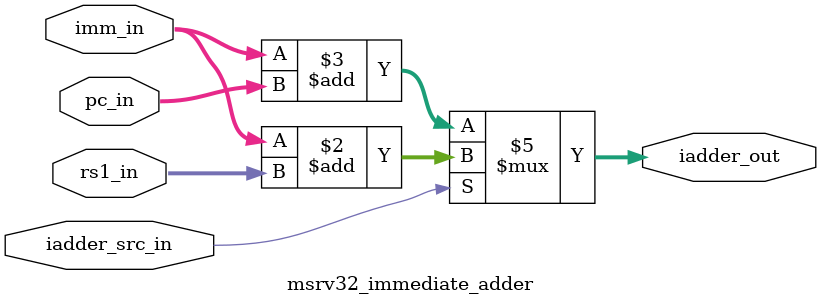
<source format=v>
module msrv32_immediate_adder(input [31:0]pc_in,
				input [31:0]rs1_in,
				input iadder_src_in,
				input [31:0]imm_in,
				output reg [31:0]iadder_out);

//assign iadder_out = iadder_src_in?(rs1_in+imm_in):(pc_in+imm_in);
always@(*)
begin
if(iadder_src_in)
iadder_out=imm_in+rs1_in;
else
iadder_out=imm_in+pc_in;
end

endmodule 

</source>
